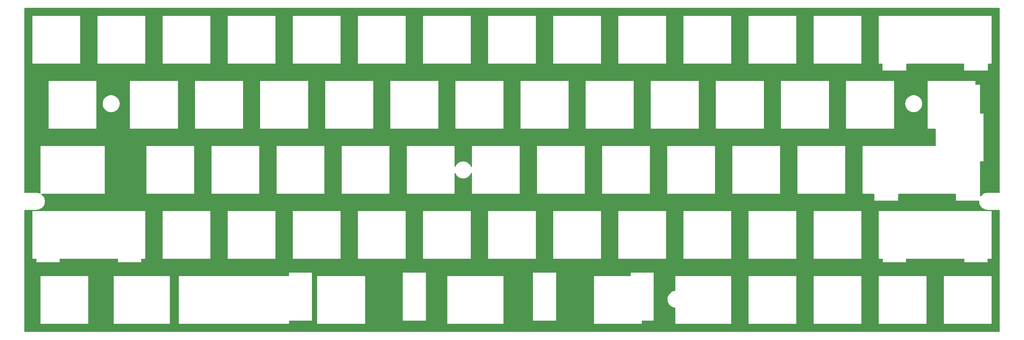
<source format=gbr>
G04 #@! TF.GenerationSoftware,KiCad,Pcbnew,(5.99.0-12762-g961c127ebe)*
G04 #@! TF.CreationDate,2021-11-23T00:18:37+09:00*
G04 #@! TF.ProjectId,plate4,706c6174-6534-42e6-9b69-6361645f7063,rev?*
G04 #@! TF.SameCoordinates,Original*
G04 #@! TF.FileFunction,Soldermask,Bot*
G04 #@! TF.FilePolarity,Negative*
%FSLAX46Y46*%
G04 Gerber Fmt 4.6, Leading zero omitted, Abs format (unit mm)*
G04 Created by KiCad (PCBNEW (5.99.0-12762-g961c127ebe)) date 2021-11-23 00:18:37*
%MOMM*%
%LPD*%
G01*
G04 APERTURE LIST*
G04 APERTURE END LIST*
G36*
X299509921Y-37734202D02*
G01*
X299556414Y-37787858D01*
X299567800Y-37840200D01*
X299567800Y-91725701D01*
X299547798Y-91793822D01*
X299494142Y-91840315D01*
X299441800Y-91851701D01*
X296071762Y-91851701D01*
X296061899Y-91852479D01*
X295303556Y-91972852D01*
X295284993Y-91978879D01*
X294606695Y-92323777D01*
X294590753Y-92335362D01*
X294064742Y-92862516D01*
X294002467Y-92896608D01*
X293931646Y-92891620D01*
X293874764Y-92849135D01*
X293849881Y-92782642D01*
X293849550Y-92773517D01*
X293849550Y-82752201D01*
X293869552Y-82684080D01*
X293923208Y-82637587D01*
X293975550Y-82626201D01*
X294831435Y-82626201D01*
X294846674Y-82621726D01*
X294847879Y-82620336D01*
X294849550Y-82612653D01*
X294849550Y-68644316D01*
X294845075Y-68629077D01*
X294843685Y-68627872D01*
X294836002Y-68626201D01*
X293975550Y-68626201D01*
X293907429Y-68606199D01*
X293860936Y-68552543D01*
X293849550Y-68500201D01*
X293849550Y-60206315D01*
X293845075Y-60191076D01*
X293843685Y-60189871D01*
X293836002Y-60188200D01*
X292594300Y-60188200D01*
X292526179Y-60168198D01*
X292479686Y-60114542D01*
X292468300Y-60062200D01*
X292468300Y-59119316D01*
X292463825Y-59104077D01*
X292462435Y-59102872D01*
X292454752Y-59101201D01*
X278486414Y-59101201D01*
X278471175Y-59105676D01*
X278469970Y-59107066D01*
X278468299Y-59114749D01*
X278468299Y-73083086D01*
X278472774Y-73098325D01*
X278474164Y-73099530D01*
X278481847Y-73101201D01*
X280723550Y-73101201D01*
X280791671Y-73121203D01*
X280838164Y-73174859D01*
X280849550Y-73227201D01*
X280849550Y-78019528D01*
X280829548Y-78087649D01*
X280775892Y-78134142D01*
X280723648Y-78145528D01*
X273418300Y-78151201D01*
X259436414Y-78151201D01*
X259421175Y-78155676D01*
X259419970Y-78157066D01*
X259418299Y-78164749D01*
X259418299Y-92133086D01*
X259422774Y-92148325D01*
X259424164Y-92149530D01*
X259431847Y-92151201D01*
X262760550Y-92151201D01*
X262828671Y-92171203D01*
X262875164Y-92224859D01*
X262886550Y-92277201D01*
X262886550Y-94133086D01*
X262891025Y-94148325D01*
X262892415Y-94149530D01*
X262900098Y-94151201D01*
X269868435Y-94151201D01*
X269883674Y-94146726D01*
X269884879Y-94145336D01*
X269886550Y-94137653D01*
X269886550Y-92277201D01*
X269906552Y-92209080D01*
X269960208Y-92162587D01*
X270012550Y-92151201D01*
X286636550Y-92151201D01*
X286704671Y-92171203D01*
X286751164Y-92224859D01*
X286762550Y-92277201D01*
X286762550Y-94133086D01*
X286767025Y-94148325D01*
X286768415Y-94149530D01*
X286776098Y-94151201D01*
X293452035Y-94151201D01*
X293520156Y-94171203D01*
X293566649Y-94224859D01*
X293576465Y-94297032D01*
X293569369Y-94341558D01*
X293569366Y-94361243D01*
X293689254Y-95114682D01*
X293695255Y-95133178D01*
X294040301Y-95812939D01*
X294051821Y-95828834D01*
X294590764Y-96368654D01*
X294606674Y-96380217D01*
X295284989Y-96725416D01*
X295303565Y-96731450D01*
X296061899Y-96851823D01*
X296071762Y-96852601D01*
X299441800Y-96852601D01*
X299509921Y-96872603D01*
X299556414Y-96926259D01*
X299567800Y-96978601D01*
X299567800Y-132462201D01*
X299547798Y-132530322D01*
X299494142Y-132576815D01*
X299441800Y-132588201D01*
X14319796Y-132588201D01*
X14251675Y-132568199D01*
X14205182Y-132514543D01*
X14193796Y-132462204D01*
X14193739Y-130233086D01*
X18912049Y-130233086D01*
X18916524Y-130248325D01*
X18917914Y-130249530D01*
X18925597Y-130251201D01*
X32893935Y-130251201D01*
X32909174Y-130246726D01*
X32910379Y-130245336D01*
X32912050Y-130237653D01*
X32912050Y-130233086D01*
X40343300Y-130233086D01*
X40347775Y-130248325D01*
X40349165Y-130249530D01*
X40356848Y-130251201D01*
X56706435Y-130251201D01*
X56721674Y-130246726D01*
X56722879Y-130245336D01*
X56724550Y-130237653D01*
X56724550Y-130233086D01*
X59393300Y-130233086D01*
X59397775Y-130248325D01*
X59399165Y-130249530D01*
X59406848Y-130251201D01*
X91581435Y-130251201D01*
X91596674Y-130246726D01*
X91597879Y-130245336D01*
X91599550Y-130237653D01*
X91599550Y-130233086D01*
X99874550Y-130233086D01*
X99879025Y-130248325D01*
X99880415Y-130249530D01*
X99888098Y-130251201D01*
X113856435Y-130251201D01*
X113871674Y-130246726D01*
X113872879Y-130245336D01*
X113874550Y-130237653D01*
X113874550Y-130233086D01*
X137974550Y-130233086D01*
X137979025Y-130248325D01*
X137980415Y-130249530D01*
X137988098Y-130251201D01*
X154337685Y-130251201D01*
X154352924Y-130246726D01*
X154354129Y-130245336D01*
X154355800Y-130237653D01*
X154355800Y-130233086D01*
X180837050Y-130233086D01*
X180841525Y-130248325D01*
X180842915Y-130249530D01*
X180850598Y-130251201D01*
X194818935Y-130251201D01*
X194834174Y-130246726D01*
X194835379Y-130245336D01*
X194837050Y-130237653D01*
X194837050Y-129377201D01*
X194857052Y-129309080D01*
X194910708Y-129262587D01*
X194963050Y-129251201D01*
X198331435Y-129251201D01*
X198346674Y-129246726D01*
X198347879Y-129245336D01*
X198349550Y-129237653D01*
X198349550Y-123061627D01*
X202382367Y-123061627D01*
X202502254Y-123815145D01*
X202508251Y-123833636D01*
X202852300Y-124511881D01*
X202863826Y-124527789D01*
X203402751Y-125067688D01*
X203418697Y-125079271D01*
X204097990Y-125424424D01*
X204116559Y-125430447D01*
X204543267Y-125498053D01*
X204607419Y-125528469D01*
X204644942Y-125588739D01*
X204649550Y-125622501D01*
X204649550Y-130233086D01*
X204654025Y-130248325D01*
X204655415Y-130249530D01*
X204663098Y-130251201D01*
X221012685Y-130251201D01*
X221027924Y-130246726D01*
X221029129Y-130245336D01*
X221030800Y-130237653D01*
X221030800Y-130233086D01*
X226080800Y-130233086D01*
X226085275Y-130248325D01*
X226086665Y-130249530D01*
X226094348Y-130251201D01*
X240062685Y-130251201D01*
X240077924Y-130246726D01*
X240079129Y-130245336D01*
X240080800Y-130237653D01*
X240080800Y-130233086D01*
X245130799Y-130233086D01*
X245135274Y-130248325D01*
X245136664Y-130249530D01*
X245144347Y-130251201D01*
X259112685Y-130251201D01*
X259127924Y-130246726D01*
X259129129Y-130245336D01*
X259130800Y-130237653D01*
X259130800Y-130233086D01*
X264180799Y-130233086D01*
X264185274Y-130248325D01*
X264186664Y-130249530D01*
X264194347Y-130251201D01*
X278162685Y-130251201D01*
X278177924Y-130246726D01*
X278179129Y-130245336D01*
X278180800Y-130237653D01*
X278180800Y-130233086D01*
X283230800Y-130233086D01*
X283235275Y-130248325D01*
X283236665Y-130249530D01*
X283244348Y-130251201D01*
X297212685Y-130251201D01*
X297227924Y-130246726D01*
X297229129Y-130245336D01*
X297230800Y-130237653D01*
X297230800Y-116269316D01*
X297226325Y-116254077D01*
X297224935Y-116252872D01*
X297217252Y-116251201D01*
X283248915Y-116251201D01*
X283233676Y-116255676D01*
X283232471Y-116257066D01*
X283230800Y-116264749D01*
X283230800Y-130233086D01*
X278180800Y-130233086D01*
X278180800Y-116269316D01*
X278176325Y-116254077D01*
X278174935Y-116252872D01*
X278167252Y-116251201D01*
X264198914Y-116251201D01*
X264183675Y-116255676D01*
X264182470Y-116257066D01*
X264180799Y-116264749D01*
X264180799Y-130233086D01*
X259130800Y-130233086D01*
X259130800Y-116269316D01*
X259126325Y-116254077D01*
X259124935Y-116252872D01*
X259117252Y-116251201D01*
X245148914Y-116251201D01*
X245133675Y-116255676D01*
X245132470Y-116257066D01*
X245130799Y-116264749D01*
X245130799Y-130233086D01*
X240080800Y-130233086D01*
X240080800Y-116269316D01*
X240076325Y-116254077D01*
X240074935Y-116252872D01*
X240067252Y-116251201D01*
X226098915Y-116251201D01*
X226083676Y-116255676D01*
X226082471Y-116257066D01*
X226080800Y-116264749D01*
X226080800Y-130233086D01*
X221030800Y-130233086D01*
X221030800Y-116269316D01*
X221026325Y-116254077D01*
X221024935Y-116252872D01*
X221017252Y-116251201D01*
X204667665Y-116251201D01*
X204652426Y-116255676D01*
X204651221Y-116257066D01*
X204649550Y-116264749D01*
X204649550Y-120481061D01*
X204629548Y-120549182D01*
X204575892Y-120595675D01*
X204543278Y-120605507D01*
X204116602Y-120673147D01*
X204097958Y-120679211D01*
X203418614Y-121025705D01*
X203402802Y-121037194D01*
X202863883Y-121575723D01*
X202852277Y-121591735D01*
X202508228Y-122271355D01*
X202502257Y-122289783D01*
X202382369Y-123041934D01*
X202382367Y-123061627D01*
X198349550Y-123061627D01*
X198349550Y-115269316D01*
X198345075Y-115254077D01*
X198343685Y-115252872D01*
X198336002Y-115251201D01*
X191617665Y-115251201D01*
X191602426Y-115255676D01*
X191601221Y-115257066D01*
X191599550Y-115264749D01*
X191599550Y-116125201D01*
X191579548Y-116193322D01*
X191525892Y-116239815D01*
X191473550Y-116251201D01*
X180855165Y-116251201D01*
X180839926Y-116255676D01*
X180838721Y-116257066D01*
X180837050Y-116264749D01*
X180837050Y-130233086D01*
X154355800Y-130233086D01*
X154355800Y-129233086D01*
X163030800Y-129233086D01*
X163035275Y-129248325D01*
X163036665Y-129249530D01*
X163044348Y-129251201D01*
X169762685Y-129251201D01*
X169777924Y-129246726D01*
X169779129Y-129245336D01*
X169780800Y-129237653D01*
X169780800Y-115269316D01*
X169776325Y-115254077D01*
X169774935Y-115252872D01*
X169767252Y-115251201D01*
X163048915Y-115251201D01*
X163033676Y-115255676D01*
X163032471Y-115257066D01*
X163030800Y-115264749D01*
X163030800Y-129233086D01*
X154355800Y-129233086D01*
X154355800Y-116269316D01*
X154351325Y-116254077D01*
X154349935Y-116252872D01*
X154342252Y-116251201D01*
X137992665Y-116251201D01*
X137977426Y-116255676D01*
X137976221Y-116257066D01*
X137974550Y-116264749D01*
X137974550Y-130233086D01*
X113874550Y-130233086D01*
X113874550Y-129233086D01*
X124930800Y-129233086D01*
X124935275Y-129248325D01*
X124936665Y-129249530D01*
X124944348Y-129251201D01*
X131662685Y-129251201D01*
X131677924Y-129246726D01*
X131679129Y-129245336D01*
X131680800Y-129237653D01*
X131680800Y-115269316D01*
X131676325Y-115254077D01*
X131674935Y-115252872D01*
X131667252Y-115251201D01*
X124948915Y-115251201D01*
X124933676Y-115255676D01*
X124932471Y-115257066D01*
X124930800Y-115264749D01*
X124930800Y-129233086D01*
X113874550Y-129233086D01*
X113874550Y-116269316D01*
X113870075Y-116254077D01*
X113868685Y-116252872D01*
X113861002Y-116251201D01*
X99892665Y-116251201D01*
X99877426Y-116255676D01*
X99876221Y-116257066D01*
X99874550Y-116264749D01*
X99874550Y-130233086D01*
X91599550Y-130233086D01*
X91599550Y-129377201D01*
X91619552Y-129309080D01*
X91673208Y-129262587D01*
X91725550Y-129251201D01*
X98331435Y-129251201D01*
X98346674Y-129246726D01*
X98347879Y-129245336D01*
X98349550Y-129237653D01*
X98349550Y-115269316D01*
X98345075Y-115254077D01*
X98343685Y-115252872D01*
X98336002Y-115251201D01*
X91617665Y-115251201D01*
X91602426Y-115255676D01*
X91601221Y-115257066D01*
X91599550Y-115264749D01*
X91599550Y-116125201D01*
X91579548Y-116193322D01*
X91525892Y-116239815D01*
X91473550Y-116251201D01*
X59411415Y-116251201D01*
X59396176Y-116255676D01*
X59394971Y-116257066D01*
X59393300Y-116264749D01*
X59393300Y-130233086D01*
X56724550Y-130233086D01*
X56724550Y-116269316D01*
X56720075Y-116254077D01*
X56718685Y-116252872D01*
X56711002Y-116251201D01*
X40361415Y-116251201D01*
X40346176Y-116255676D01*
X40344971Y-116257066D01*
X40343300Y-116264749D01*
X40343300Y-130233086D01*
X32912050Y-130233086D01*
X32912050Y-116269316D01*
X32907575Y-116254077D01*
X32906185Y-116252872D01*
X32898502Y-116251201D01*
X18930164Y-116251201D01*
X18914925Y-116255676D01*
X18913720Y-116257066D01*
X18912049Y-116264749D01*
X18912049Y-130233086D01*
X14193739Y-130233086D01*
X14193251Y-111183086D01*
X16530799Y-111183086D01*
X16535274Y-111198325D01*
X16536664Y-111199530D01*
X16544347Y-111201201D01*
X17616799Y-111201201D01*
X17684920Y-111221203D01*
X17731413Y-111274859D01*
X17742799Y-111327201D01*
X17742799Y-112183086D01*
X17747274Y-112198325D01*
X17748664Y-112199530D01*
X17756347Y-112201201D01*
X24474685Y-112201201D01*
X24489924Y-112196726D01*
X24491129Y-112195336D01*
X24492800Y-112187653D01*
X24492800Y-111327201D01*
X24512802Y-111259080D01*
X24566458Y-111212587D01*
X24618800Y-111201201D01*
X41492800Y-111201201D01*
X41560921Y-111221203D01*
X41607414Y-111274859D01*
X41618800Y-111327201D01*
X41618800Y-112183086D01*
X41623275Y-112198325D01*
X41624665Y-112199530D01*
X41632348Y-112201201D01*
X48350685Y-112201201D01*
X48365924Y-112196726D01*
X48367129Y-112195336D01*
X48368800Y-112187653D01*
X48368800Y-111327201D01*
X48388802Y-111259080D01*
X48442458Y-111212587D01*
X48494800Y-111201201D01*
X49562685Y-111201201D01*
X49577924Y-111196726D01*
X49579129Y-111195336D01*
X49580800Y-111187653D01*
X49580800Y-111183086D01*
X54630800Y-111183086D01*
X54635275Y-111198325D01*
X54636665Y-111199530D01*
X54644348Y-111201201D01*
X68612685Y-111201201D01*
X68627924Y-111196726D01*
X68629129Y-111195336D01*
X68630800Y-111187653D01*
X68630800Y-111183086D01*
X73680800Y-111183086D01*
X73685275Y-111198325D01*
X73686665Y-111199530D01*
X73694348Y-111201201D01*
X87662685Y-111201201D01*
X87677924Y-111196726D01*
X87679129Y-111195336D01*
X87680800Y-111187653D01*
X87680800Y-111183086D01*
X92730800Y-111183086D01*
X92735275Y-111198325D01*
X92736665Y-111199530D01*
X92744348Y-111201201D01*
X106712685Y-111201201D01*
X106727924Y-111196726D01*
X106729129Y-111195336D01*
X106730800Y-111187653D01*
X106730800Y-111183086D01*
X111780800Y-111183086D01*
X111785275Y-111198325D01*
X111786665Y-111199530D01*
X111794348Y-111201201D01*
X125762685Y-111201201D01*
X125777924Y-111196726D01*
X125779129Y-111195336D01*
X125780800Y-111187653D01*
X125780800Y-111183086D01*
X130830800Y-111183086D01*
X130835275Y-111198325D01*
X130836665Y-111199530D01*
X130844348Y-111201201D01*
X144812684Y-111201201D01*
X144827923Y-111196726D01*
X144829128Y-111195336D01*
X144830799Y-111187653D01*
X144830799Y-111183086D01*
X149880800Y-111183086D01*
X149885275Y-111198325D01*
X149886665Y-111199530D01*
X149894348Y-111201201D01*
X163862685Y-111201201D01*
X163877924Y-111196726D01*
X163879129Y-111195336D01*
X163880800Y-111187653D01*
X163880800Y-111183086D01*
X168930800Y-111183086D01*
X168935275Y-111198325D01*
X168936665Y-111199530D01*
X168944348Y-111201201D01*
X182912685Y-111201201D01*
X182927924Y-111196726D01*
X182929129Y-111195336D01*
X182930800Y-111187653D01*
X182930800Y-111183086D01*
X187980800Y-111183086D01*
X187985275Y-111198325D01*
X187986665Y-111199530D01*
X187994348Y-111201201D01*
X201962685Y-111201201D01*
X201977924Y-111196726D01*
X201979129Y-111195336D01*
X201980800Y-111187653D01*
X201980800Y-111183086D01*
X207030800Y-111183086D01*
X207035275Y-111198325D01*
X207036665Y-111199530D01*
X207044348Y-111201201D01*
X221012685Y-111201201D01*
X221027924Y-111196726D01*
X221029129Y-111195336D01*
X221030800Y-111187653D01*
X221030800Y-111183086D01*
X226080800Y-111183086D01*
X226085275Y-111198325D01*
X226086665Y-111199530D01*
X226094348Y-111201201D01*
X240062685Y-111201201D01*
X240077924Y-111196726D01*
X240079129Y-111195336D01*
X240080800Y-111187653D01*
X240080800Y-111183086D01*
X245130799Y-111183086D01*
X245135274Y-111198325D01*
X245136664Y-111199530D01*
X245144347Y-111201201D01*
X259112685Y-111201201D01*
X259127924Y-111196726D01*
X259129129Y-111195336D01*
X259130800Y-111187653D01*
X259130800Y-111183086D01*
X264180799Y-111183086D01*
X264185274Y-111198325D01*
X264186664Y-111199530D01*
X264194347Y-111201201D01*
X265266800Y-111201201D01*
X265334921Y-111221203D01*
X265381414Y-111274859D01*
X265392800Y-111327201D01*
X265392800Y-112183086D01*
X265397275Y-112198325D01*
X265398665Y-112199530D01*
X265406348Y-112201201D01*
X272124684Y-112201201D01*
X272139923Y-112196726D01*
X272141128Y-112195336D01*
X272142799Y-112187653D01*
X272142799Y-111327201D01*
X272162801Y-111259080D01*
X272216457Y-111212587D01*
X272268799Y-111201201D01*
X289142800Y-111201201D01*
X289210921Y-111221203D01*
X289257414Y-111274859D01*
X289268800Y-111327201D01*
X289268800Y-112183086D01*
X289273275Y-112198325D01*
X289274665Y-112199530D01*
X289282348Y-112201201D01*
X296000685Y-112201201D01*
X296015924Y-112196726D01*
X296017129Y-112195336D01*
X296018800Y-112187653D01*
X296018800Y-111327201D01*
X296038802Y-111259080D01*
X296092458Y-111212587D01*
X296144800Y-111201201D01*
X297212684Y-111201201D01*
X297227923Y-111196726D01*
X297229128Y-111195336D01*
X297230799Y-111187653D01*
X297230799Y-97219316D01*
X297226324Y-97204077D01*
X297224934Y-97202872D01*
X297217251Y-97201201D01*
X264198914Y-97201201D01*
X264183675Y-97205676D01*
X264182470Y-97207066D01*
X264180799Y-97214749D01*
X264180799Y-111183086D01*
X259130800Y-111183086D01*
X259130800Y-97219316D01*
X259126325Y-97204077D01*
X259124935Y-97202872D01*
X259117252Y-97201201D01*
X245148914Y-97201201D01*
X245133675Y-97205676D01*
X245132470Y-97207066D01*
X245130799Y-97214749D01*
X245130799Y-111183086D01*
X240080800Y-111183086D01*
X240080800Y-97219316D01*
X240076325Y-97204077D01*
X240074935Y-97202872D01*
X240067252Y-97201201D01*
X226098915Y-97201201D01*
X226083676Y-97205676D01*
X226082471Y-97207066D01*
X226080800Y-97214749D01*
X226080800Y-111183086D01*
X221030800Y-111183086D01*
X221030800Y-97219316D01*
X221026325Y-97204077D01*
X221024935Y-97202872D01*
X221017252Y-97201201D01*
X207048915Y-97201201D01*
X207033676Y-97205676D01*
X207032471Y-97207066D01*
X207030800Y-97214749D01*
X207030800Y-111183086D01*
X201980800Y-111183086D01*
X201980800Y-97219316D01*
X201976325Y-97204077D01*
X201974935Y-97202872D01*
X201967252Y-97201201D01*
X187998915Y-97201201D01*
X187983676Y-97205676D01*
X187982471Y-97207066D01*
X187980800Y-97214749D01*
X187980800Y-111183086D01*
X182930800Y-111183086D01*
X182930800Y-97219316D01*
X182926325Y-97204077D01*
X182924935Y-97202872D01*
X182917252Y-97201201D01*
X168948915Y-97201201D01*
X168933676Y-97205676D01*
X168932471Y-97207066D01*
X168930800Y-97214749D01*
X168930800Y-111183086D01*
X163880800Y-111183086D01*
X163880800Y-97219316D01*
X163876325Y-97204077D01*
X163874935Y-97202872D01*
X163867252Y-97201201D01*
X149898915Y-97201201D01*
X149883676Y-97205676D01*
X149882471Y-97207066D01*
X149880800Y-97214749D01*
X149880800Y-111183086D01*
X144830799Y-111183086D01*
X144830799Y-97219316D01*
X144826324Y-97204077D01*
X144824934Y-97202872D01*
X144817251Y-97201201D01*
X130848915Y-97201201D01*
X130833676Y-97205676D01*
X130832471Y-97207066D01*
X130830800Y-97214749D01*
X130830800Y-111183086D01*
X125780800Y-111183086D01*
X125780800Y-97219316D01*
X125776325Y-97204077D01*
X125774935Y-97202872D01*
X125767252Y-97201201D01*
X111798915Y-97201201D01*
X111783676Y-97205676D01*
X111782471Y-97207066D01*
X111780800Y-97214749D01*
X111780800Y-111183086D01*
X106730800Y-111183086D01*
X106730800Y-97219316D01*
X106726325Y-97204077D01*
X106724935Y-97202872D01*
X106717252Y-97201201D01*
X92748915Y-97201201D01*
X92733676Y-97205676D01*
X92732471Y-97207066D01*
X92730800Y-97214749D01*
X92730800Y-111183086D01*
X87680800Y-111183086D01*
X87680800Y-97219316D01*
X87676325Y-97204077D01*
X87674935Y-97202872D01*
X87667252Y-97201201D01*
X73698915Y-97201201D01*
X73683676Y-97205676D01*
X73682471Y-97207066D01*
X73680800Y-97214749D01*
X73680800Y-111183086D01*
X68630800Y-111183086D01*
X68630800Y-97219316D01*
X68626325Y-97204077D01*
X68624935Y-97202872D01*
X68617252Y-97201201D01*
X54648915Y-97201201D01*
X54633676Y-97205676D01*
X54632471Y-97207066D01*
X54630800Y-97214749D01*
X54630800Y-111183086D01*
X49580800Y-111183086D01*
X49580800Y-97219316D01*
X49576325Y-97204077D01*
X49574935Y-97202872D01*
X49567252Y-97201201D01*
X16548914Y-97201201D01*
X16533675Y-97205676D01*
X16532470Y-97207066D01*
X16530799Y-97214749D01*
X16530799Y-111183086D01*
X14193251Y-111183086D01*
X14192887Y-96978604D01*
X14212887Y-96910483D01*
X14266542Y-96863989D01*
X14318887Y-96852601D01*
X17688136Y-96852601D01*
X17698005Y-96851823D01*
X18456406Y-96731451D01*
X18474997Y-96725412D01*
X19153216Y-96380222D01*
X19169138Y-96368645D01*
X19707718Y-95828790D01*
X19719173Y-95813007D01*
X20065722Y-95133223D01*
X20071773Y-95114622D01*
X20191290Y-94362716D01*
X20191293Y-94343083D01*
X20071773Y-93589400D01*
X20065711Y-93570761D01*
X19719168Y-92891282D01*
X19707730Y-92875521D01*
X19199856Y-92366167D01*
X19165922Y-92303805D01*
X19171090Y-92232997D01*
X19213719Y-92176223D01*
X19280275Y-92151509D01*
X19289081Y-92151201D01*
X37656435Y-92151201D01*
X37671674Y-92146726D01*
X37672879Y-92145336D01*
X37674550Y-92137653D01*
X37674550Y-92133086D01*
X49868300Y-92133086D01*
X49872775Y-92148325D01*
X49874165Y-92149530D01*
X49881848Y-92151201D01*
X63850185Y-92151201D01*
X63865424Y-92146726D01*
X63866629Y-92145336D01*
X63868300Y-92137653D01*
X63868300Y-92133086D01*
X68918300Y-92133086D01*
X68922775Y-92148325D01*
X68924165Y-92149530D01*
X68931848Y-92151201D01*
X82900185Y-92151201D01*
X82915424Y-92146726D01*
X82916629Y-92145336D01*
X82918300Y-92137653D01*
X82918300Y-92133086D01*
X87968300Y-92133086D01*
X87972775Y-92148325D01*
X87974165Y-92149530D01*
X87981848Y-92151201D01*
X101950185Y-92151201D01*
X101965424Y-92146726D01*
X101966629Y-92145336D01*
X101968300Y-92137653D01*
X101968300Y-92133086D01*
X107018300Y-92133086D01*
X107022775Y-92148325D01*
X107024165Y-92149530D01*
X107031848Y-92151201D01*
X121000185Y-92151201D01*
X121015424Y-92146726D01*
X121016629Y-92145336D01*
X121018300Y-92137653D01*
X121018300Y-92133086D01*
X126068300Y-92133086D01*
X126072775Y-92148325D01*
X126074165Y-92149530D01*
X126081848Y-92151201D01*
X140050185Y-92151201D01*
X140065424Y-92146726D01*
X140066629Y-92145336D01*
X140068300Y-92137653D01*
X140068300Y-86188449D01*
X140088302Y-86120328D01*
X140141958Y-86073835D01*
X140212232Y-86063731D01*
X140276812Y-86093225D01*
X140306462Y-86131041D01*
X140553288Y-86613286D01*
X140564812Y-86629092D01*
X141104838Y-87167559D01*
X141120554Y-87178974D01*
X141798957Y-87525582D01*
X141817607Y-87531658D01*
X142570980Y-87651341D01*
X142590620Y-87651341D01*
X143343993Y-87531658D01*
X143362643Y-87525582D01*
X144041046Y-87178974D01*
X144056762Y-87167559D01*
X144596711Y-86629170D01*
X144608331Y-86613173D01*
X144879942Y-86078007D01*
X144928609Y-86026314D01*
X144997496Y-86009138D01*
X145064734Y-86031933D01*
X145108975Y-86087460D01*
X145118300Y-86135031D01*
X145118300Y-92133086D01*
X145122775Y-92148325D01*
X145124165Y-92149530D01*
X145131848Y-92151201D01*
X159100185Y-92151201D01*
X159115424Y-92146726D01*
X159116629Y-92145336D01*
X159118300Y-92137653D01*
X159118300Y-92133086D01*
X164168300Y-92133086D01*
X164172775Y-92148325D01*
X164174165Y-92149530D01*
X164181848Y-92151201D01*
X178150185Y-92151201D01*
X178165424Y-92146726D01*
X178166629Y-92145336D01*
X178168300Y-92137653D01*
X178168300Y-92133086D01*
X183218300Y-92133086D01*
X183222775Y-92148325D01*
X183224165Y-92149530D01*
X183231848Y-92151201D01*
X197200185Y-92151201D01*
X197215424Y-92146726D01*
X197216629Y-92145336D01*
X197218300Y-92137653D01*
X197218300Y-92133086D01*
X202268300Y-92133086D01*
X202272775Y-92148325D01*
X202274165Y-92149530D01*
X202281848Y-92151201D01*
X216250185Y-92151201D01*
X216265424Y-92146726D01*
X216266629Y-92145336D01*
X216268300Y-92137653D01*
X216268300Y-92133086D01*
X221318300Y-92133086D01*
X221322775Y-92148325D01*
X221324165Y-92149530D01*
X221331848Y-92151201D01*
X235300185Y-92151201D01*
X235315424Y-92146726D01*
X235316629Y-92145336D01*
X235318300Y-92137653D01*
X235318300Y-92133086D01*
X240368300Y-92133086D01*
X240372775Y-92148325D01*
X240374165Y-92149530D01*
X240381848Y-92151201D01*
X254350185Y-92151201D01*
X254365424Y-92146726D01*
X254366629Y-92145336D01*
X254368300Y-92137653D01*
X254368300Y-78169316D01*
X254363825Y-78154077D01*
X254362435Y-78152872D01*
X254354752Y-78151201D01*
X240386415Y-78151201D01*
X240371176Y-78155676D01*
X240369971Y-78157066D01*
X240368300Y-78164749D01*
X240368300Y-92133086D01*
X235318300Y-92133086D01*
X235318300Y-78169316D01*
X235313825Y-78154077D01*
X235312435Y-78152872D01*
X235304752Y-78151201D01*
X221336415Y-78151201D01*
X221321176Y-78155676D01*
X221319971Y-78157066D01*
X221318300Y-78164749D01*
X221318300Y-92133086D01*
X216268300Y-92133086D01*
X216268300Y-78169316D01*
X216263825Y-78154077D01*
X216262435Y-78152872D01*
X216254752Y-78151201D01*
X202286415Y-78151201D01*
X202271176Y-78155676D01*
X202269971Y-78157066D01*
X202268300Y-78164749D01*
X202268300Y-92133086D01*
X197218300Y-92133086D01*
X197218300Y-78169316D01*
X197213825Y-78154077D01*
X197212435Y-78152872D01*
X197204752Y-78151201D01*
X183236415Y-78151201D01*
X183221176Y-78155676D01*
X183219971Y-78157066D01*
X183218300Y-78164749D01*
X183218300Y-92133086D01*
X178168300Y-92133086D01*
X178168300Y-78169316D01*
X178163825Y-78154077D01*
X178162435Y-78152872D01*
X178154752Y-78151201D01*
X164186415Y-78151201D01*
X164171176Y-78155676D01*
X164169971Y-78157066D01*
X164168300Y-78164749D01*
X164168300Y-92133086D01*
X159118300Y-92133086D01*
X159118300Y-78169316D01*
X159113825Y-78154077D01*
X159112435Y-78152872D01*
X159104752Y-78151201D01*
X145136415Y-78151201D01*
X145121176Y-78155676D01*
X145119971Y-78157066D01*
X145118300Y-78164749D01*
X145118300Y-84168366D01*
X145098298Y-84236487D01*
X145044642Y-84282980D01*
X144974368Y-84293084D01*
X144909788Y-84263590D01*
X144880002Y-84225508D01*
X144608301Y-83691546D01*
X144596781Y-83675679D01*
X144056827Y-83135530D01*
X144040945Y-83123994D01*
X143362675Y-82778816D01*
X143343961Y-82772760D01*
X142590485Y-82654816D01*
X142571115Y-82654816D01*
X141817639Y-82772760D01*
X141798925Y-82778816D01*
X141120655Y-83123994D01*
X141104773Y-83135530D01*
X140564745Y-83675753D01*
X140553316Y-83691438D01*
X140306402Y-84172610D01*
X140257506Y-84224085D01*
X140188542Y-84240953D01*
X140121406Y-84217859D01*
X140077414Y-84162135D01*
X140068300Y-84115085D01*
X140068300Y-78169316D01*
X140063825Y-78154077D01*
X140062435Y-78152872D01*
X140054752Y-78151201D01*
X126086415Y-78151201D01*
X126071176Y-78155676D01*
X126069971Y-78157066D01*
X126068300Y-78164749D01*
X126068300Y-92133086D01*
X121018300Y-92133086D01*
X121018300Y-78169316D01*
X121013825Y-78154077D01*
X121012435Y-78152872D01*
X121004752Y-78151201D01*
X107036415Y-78151201D01*
X107021176Y-78155676D01*
X107019971Y-78157066D01*
X107018300Y-78164749D01*
X107018300Y-92133086D01*
X101968300Y-92133086D01*
X101968300Y-78169316D01*
X101963825Y-78154077D01*
X101962435Y-78152872D01*
X101954752Y-78151201D01*
X87986415Y-78151201D01*
X87971176Y-78155676D01*
X87969971Y-78157066D01*
X87968300Y-78164749D01*
X87968300Y-92133086D01*
X82918300Y-92133086D01*
X82918300Y-78169316D01*
X82913825Y-78154077D01*
X82912435Y-78152872D01*
X82904752Y-78151201D01*
X68936415Y-78151201D01*
X68921176Y-78155676D01*
X68919971Y-78157066D01*
X68918300Y-78164749D01*
X68918300Y-92133086D01*
X63868300Y-92133086D01*
X63868300Y-78169316D01*
X63863825Y-78154077D01*
X63862435Y-78152872D01*
X63854752Y-78151201D01*
X49886415Y-78151201D01*
X49871176Y-78155676D01*
X49869971Y-78157066D01*
X49868300Y-78164749D01*
X49868300Y-92133086D01*
X37674550Y-92133086D01*
X37674550Y-78169316D01*
X37670075Y-78154077D01*
X37668685Y-78152872D01*
X37661002Y-78151201D01*
X18930164Y-78151201D01*
X18914925Y-78155676D01*
X18913720Y-78157066D01*
X18912049Y-78164749D01*
X18912049Y-91995709D01*
X18892047Y-92063830D01*
X18838391Y-92110323D01*
X18768117Y-92120427D01*
X18728935Y-92108021D01*
X18474980Y-91978877D01*
X18456427Y-91972851D01*
X17699390Y-91852482D01*
X17689505Y-91851701D01*
X14318886Y-91851701D01*
X14250765Y-91831699D01*
X14204272Y-91778043D01*
X14192886Y-91725699D01*
X14193201Y-73083086D01*
X21293299Y-73083086D01*
X21297774Y-73098325D01*
X21299164Y-73099530D01*
X21306847Y-73101201D01*
X35275185Y-73101201D01*
X35290424Y-73096726D01*
X35291629Y-73095336D01*
X35293300Y-73087653D01*
X35293300Y-73083086D01*
X45105800Y-73083086D01*
X45110275Y-73098325D01*
X45111665Y-73099530D01*
X45119348Y-73101201D01*
X59087685Y-73101201D01*
X59102924Y-73096726D01*
X59104129Y-73095336D01*
X59105800Y-73087653D01*
X59105800Y-73083086D01*
X64155800Y-73083086D01*
X64160275Y-73098325D01*
X64161665Y-73099530D01*
X64169348Y-73101201D01*
X78137685Y-73101201D01*
X78152924Y-73096726D01*
X78154129Y-73095336D01*
X78155800Y-73087653D01*
X78155800Y-73083086D01*
X83205800Y-73083086D01*
X83210275Y-73098325D01*
X83211665Y-73099530D01*
X83219348Y-73101201D01*
X97187685Y-73101201D01*
X97202924Y-73096726D01*
X97204129Y-73095336D01*
X97205800Y-73087653D01*
X97205800Y-73083086D01*
X102255800Y-73083086D01*
X102260275Y-73098325D01*
X102261665Y-73099530D01*
X102269348Y-73101201D01*
X116237685Y-73101201D01*
X116252924Y-73096726D01*
X116254129Y-73095336D01*
X116255800Y-73087653D01*
X116255800Y-73083086D01*
X121305800Y-73083086D01*
X121310275Y-73098325D01*
X121311665Y-73099530D01*
X121319348Y-73101201D01*
X135287685Y-73101201D01*
X135302924Y-73096726D01*
X135304129Y-73095336D01*
X135305800Y-73087653D01*
X135305800Y-73083086D01*
X140355800Y-73083086D01*
X140360275Y-73098325D01*
X140361665Y-73099530D01*
X140369348Y-73101201D01*
X154337685Y-73101201D01*
X154352924Y-73096726D01*
X154354129Y-73095336D01*
X154355800Y-73087653D01*
X154355800Y-73083086D01*
X159405800Y-73083086D01*
X159410275Y-73098325D01*
X159411665Y-73099530D01*
X159419348Y-73101201D01*
X173387685Y-73101201D01*
X173402924Y-73096726D01*
X173404129Y-73095336D01*
X173405800Y-73087653D01*
X173405800Y-73083086D01*
X178455800Y-73083086D01*
X178460275Y-73098325D01*
X178461665Y-73099530D01*
X178469348Y-73101201D01*
X192437685Y-73101201D01*
X192452924Y-73096726D01*
X192454129Y-73095336D01*
X192455800Y-73087653D01*
X192455800Y-73083086D01*
X197505800Y-73083086D01*
X197510275Y-73098325D01*
X197511665Y-73099530D01*
X197519348Y-73101201D01*
X211487685Y-73101201D01*
X211502924Y-73096726D01*
X211504129Y-73095336D01*
X211505800Y-73087653D01*
X211505800Y-73083086D01*
X216555800Y-73083086D01*
X216560275Y-73098325D01*
X216561665Y-73099530D01*
X216569348Y-73101201D01*
X230537685Y-73101201D01*
X230552924Y-73096726D01*
X230554129Y-73095336D01*
X230555800Y-73087653D01*
X230555800Y-73083086D01*
X235605799Y-73083086D01*
X235610274Y-73098325D01*
X235611664Y-73099530D01*
X235619347Y-73101201D01*
X249587685Y-73101201D01*
X249602924Y-73096726D01*
X249604129Y-73095336D01*
X249605800Y-73087653D01*
X249605800Y-73083086D01*
X254655799Y-73083086D01*
X254660274Y-73098325D01*
X254661664Y-73099530D01*
X254669347Y-73101201D01*
X268637685Y-73101201D01*
X268652924Y-73096726D01*
X268654129Y-73095336D01*
X268655800Y-73087653D01*
X268655800Y-65743037D01*
X271931337Y-65743037D01*
X271931342Y-65762561D01*
X272050248Y-66514878D01*
X272056317Y-66533556D01*
X272402312Y-67211900D01*
X272413779Y-67227691D01*
X272952753Y-67767542D01*
X272968694Y-67779121D01*
X273648034Y-68124346D01*
X273666509Y-68130355D01*
X274419890Y-68251014D01*
X274439708Y-68251012D01*
X275192100Y-68130355D01*
X275210556Y-68124350D01*
X275889909Y-67779119D01*
X275905845Y-67767544D01*
X276444821Y-67227691D01*
X276456288Y-67211900D01*
X276802302Y-66533518D01*
X276808358Y-66514923D01*
X276928232Y-65762637D01*
X276928236Y-65742964D01*
X276808355Y-64988289D01*
X276802297Y-64969671D01*
X276456289Y-64291201D01*
X276444819Y-64275409D01*
X275905848Y-63735659D01*
X275889907Y-63724081D01*
X275210602Y-63378873D01*
X275192049Y-63372854D01*
X274439594Y-63253553D01*
X274420004Y-63253551D01*
X273666558Y-63372855D01*
X273647992Y-63378876D01*
X272968692Y-63724081D01*
X272952751Y-63735659D01*
X272413781Y-64275409D01*
X272402311Y-64291201D01*
X272056321Y-64969634D01*
X272050251Y-64988333D01*
X271931337Y-65743037D01*
X268655800Y-65743037D01*
X268655800Y-59119316D01*
X268651325Y-59104077D01*
X268649935Y-59102872D01*
X268642252Y-59101201D01*
X254673914Y-59101201D01*
X254658675Y-59105676D01*
X254657470Y-59107066D01*
X254655799Y-59114749D01*
X254655799Y-73083086D01*
X249605800Y-73083086D01*
X249605800Y-59119316D01*
X249601325Y-59104077D01*
X249599935Y-59102872D01*
X249592252Y-59101201D01*
X235623914Y-59101201D01*
X235608675Y-59105676D01*
X235607470Y-59107066D01*
X235605799Y-59114749D01*
X235605799Y-73083086D01*
X230555800Y-73083086D01*
X230555800Y-59119316D01*
X230551325Y-59104077D01*
X230549935Y-59102872D01*
X230542252Y-59101201D01*
X216573915Y-59101201D01*
X216558676Y-59105676D01*
X216557471Y-59107066D01*
X216555800Y-59114749D01*
X216555800Y-73083086D01*
X211505800Y-73083086D01*
X211505800Y-59119316D01*
X211501325Y-59104077D01*
X211499935Y-59102872D01*
X211492252Y-59101201D01*
X197523915Y-59101201D01*
X197508676Y-59105676D01*
X197507471Y-59107066D01*
X197505800Y-59114749D01*
X197505800Y-73083086D01*
X192455800Y-73083086D01*
X192455800Y-59119316D01*
X192451325Y-59104077D01*
X192449935Y-59102872D01*
X192442252Y-59101201D01*
X178473915Y-59101201D01*
X178458676Y-59105676D01*
X178457471Y-59107066D01*
X178455800Y-59114749D01*
X178455800Y-73083086D01*
X173405800Y-73083086D01*
X173405800Y-59119316D01*
X173401325Y-59104077D01*
X173399935Y-59102872D01*
X173392252Y-59101201D01*
X159423915Y-59101201D01*
X159408676Y-59105676D01*
X159407471Y-59107066D01*
X159405800Y-59114749D01*
X159405800Y-73083086D01*
X154355800Y-73083086D01*
X154355800Y-59119316D01*
X154351325Y-59104077D01*
X154349935Y-59102872D01*
X154342252Y-59101201D01*
X140373915Y-59101201D01*
X140358676Y-59105676D01*
X140357471Y-59107066D01*
X140355800Y-59114749D01*
X140355800Y-73083086D01*
X135305800Y-73083086D01*
X135305800Y-59119316D01*
X135301325Y-59104077D01*
X135299935Y-59102872D01*
X135292252Y-59101201D01*
X121323915Y-59101201D01*
X121308676Y-59105676D01*
X121307471Y-59107066D01*
X121305800Y-59114749D01*
X121305800Y-73083086D01*
X116255800Y-73083086D01*
X116255800Y-59119316D01*
X116251325Y-59104077D01*
X116249935Y-59102872D01*
X116242252Y-59101201D01*
X102273915Y-59101201D01*
X102258676Y-59105676D01*
X102257471Y-59107066D01*
X102255800Y-59114749D01*
X102255800Y-73083086D01*
X97205800Y-73083086D01*
X97205800Y-59119316D01*
X97201325Y-59104077D01*
X97199935Y-59102872D01*
X97192252Y-59101201D01*
X83223915Y-59101201D01*
X83208676Y-59105676D01*
X83207471Y-59107066D01*
X83205800Y-59114749D01*
X83205800Y-73083086D01*
X78155800Y-73083086D01*
X78155800Y-59119316D01*
X78151325Y-59104077D01*
X78149935Y-59102872D01*
X78142252Y-59101201D01*
X64173915Y-59101201D01*
X64158676Y-59105676D01*
X64157471Y-59107066D01*
X64155800Y-59114749D01*
X64155800Y-73083086D01*
X59105800Y-73083086D01*
X59105800Y-59119316D01*
X59101325Y-59104077D01*
X59099935Y-59102872D01*
X59092252Y-59101201D01*
X45123915Y-59101201D01*
X45108676Y-59105676D01*
X45107471Y-59107066D01*
X45105800Y-59114749D01*
X45105800Y-73083086D01*
X35293300Y-73083086D01*
X35293300Y-65742985D01*
X37082255Y-65742985D01*
X37082260Y-65762612D01*
X37201850Y-66514946D01*
X37207879Y-66533504D01*
X37552991Y-67211837D01*
X37564533Y-67227732D01*
X38104476Y-67767578D01*
X38120349Y-67779105D01*
X38798620Y-68124332D01*
X38817126Y-68130358D01*
X39570602Y-68251016D01*
X39590398Y-68251016D01*
X40343873Y-68130358D01*
X40362379Y-68124332D01*
X41040579Y-67779141D01*
X41056562Y-67767505D01*
X41593816Y-67227618D01*
X41605152Y-67212017D01*
X41953045Y-66533583D01*
X41959166Y-66514839D01*
X42078642Y-65762606D01*
X42078646Y-65742995D01*
X41959163Y-64988371D01*
X41953040Y-64969605D01*
X41605155Y-64291090D01*
X41593812Y-64275480D01*
X41056554Y-63735687D01*
X41040588Y-63724064D01*
X40362426Y-63378892D01*
X40343817Y-63372851D01*
X39590290Y-63253550D01*
X39570710Y-63253550D01*
X38817182Y-63372851D01*
X38798573Y-63378892D01*
X38120345Y-63724098D01*
X38104480Y-63735617D01*
X37564531Y-64275371D01*
X37552992Y-64291261D01*
X37207886Y-64969680D01*
X37201851Y-64988274D01*
X37082255Y-65742985D01*
X35293300Y-65742985D01*
X35293300Y-59119316D01*
X35288825Y-59104077D01*
X35287435Y-59102872D01*
X35279752Y-59101201D01*
X21311414Y-59101201D01*
X21296175Y-59105676D01*
X21294970Y-59107066D01*
X21293299Y-59114749D01*
X21293299Y-73083086D01*
X14193201Y-73083086D01*
X14193523Y-54033085D01*
X16530800Y-54033085D01*
X16535275Y-54048324D01*
X16536665Y-54049529D01*
X16544348Y-54051200D01*
X30512684Y-54051200D01*
X30527923Y-54046725D01*
X30529128Y-54045335D01*
X30530799Y-54037652D01*
X30530799Y-54033085D01*
X35580800Y-54033085D01*
X35585275Y-54048324D01*
X35586665Y-54049529D01*
X35594348Y-54051200D01*
X49562685Y-54051200D01*
X49577924Y-54046725D01*
X49579129Y-54045335D01*
X49580800Y-54037652D01*
X49580800Y-54033085D01*
X54630800Y-54033085D01*
X54635275Y-54048324D01*
X54636665Y-54049529D01*
X54644348Y-54051200D01*
X68612685Y-54051200D01*
X68627924Y-54046725D01*
X68629129Y-54045335D01*
X68630800Y-54037652D01*
X68630800Y-54033085D01*
X73680800Y-54033085D01*
X73685275Y-54048324D01*
X73686665Y-54049529D01*
X73694348Y-54051200D01*
X87662685Y-54051200D01*
X87677924Y-54046725D01*
X87679129Y-54045335D01*
X87680800Y-54037652D01*
X87680800Y-54033085D01*
X92730800Y-54033085D01*
X92735275Y-54048324D01*
X92736665Y-54049529D01*
X92744348Y-54051200D01*
X106712685Y-54051200D01*
X106727924Y-54046725D01*
X106729129Y-54045335D01*
X106730800Y-54037652D01*
X106730800Y-54033085D01*
X111780800Y-54033085D01*
X111785275Y-54048324D01*
X111786665Y-54049529D01*
X111794348Y-54051200D01*
X125762685Y-54051200D01*
X125777924Y-54046725D01*
X125779129Y-54045335D01*
X125780800Y-54037652D01*
X125780800Y-54033085D01*
X130830800Y-54033085D01*
X130835275Y-54048324D01*
X130836665Y-54049529D01*
X130844348Y-54051200D01*
X144812684Y-54051200D01*
X144827923Y-54046725D01*
X144829128Y-54045335D01*
X144830799Y-54037652D01*
X144830799Y-54033085D01*
X149880800Y-54033085D01*
X149885275Y-54048324D01*
X149886665Y-54049529D01*
X149894348Y-54051200D01*
X163862685Y-54051200D01*
X163877924Y-54046725D01*
X163879129Y-54045335D01*
X163880800Y-54037652D01*
X163880800Y-54033085D01*
X168930800Y-54033085D01*
X168935275Y-54048324D01*
X168936665Y-54049529D01*
X168944348Y-54051200D01*
X182912685Y-54051200D01*
X182927924Y-54046725D01*
X182929129Y-54045335D01*
X182930800Y-54037652D01*
X182930800Y-54033085D01*
X187980800Y-54033085D01*
X187985275Y-54048324D01*
X187986665Y-54049529D01*
X187994348Y-54051200D01*
X201962685Y-54051200D01*
X201977924Y-54046725D01*
X201979129Y-54045335D01*
X201980800Y-54037652D01*
X201980800Y-54033085D01*
X207030800Y-54033085D01*
X207035275Y-54048324D01*
X207036665Y-54049529D01*
X207044348Y-54051200D01*
X221012685Y-54051200D01*
X221027924Y-54046725D01*
X221029129Y-54045335D01*
X221030800Y-54037652D01*
X221030800Y-54033085D01*
X226080800Y-54033085D01*
X226085275Y-54048324D01*
X226086665Y-54049529D01*
X226094348Y-54051200D01*
X240062685Y-54051200D01*
X240077924Y-54046725D01*
X240079129Y-54045335D01*
X240080800Y-54037652D01*
X240080800Y-54033085D01*
X245130799Y-54033085D01*
X245135274Y-54048324D01*
X245136664Y-54049529D01*
X245144347Y-54051200D01*
X259112685Y-54051200D01*
X259127924Y-54046725D01*
X259129129Y-54045335D01*
X259130800Y-54037652D01*
X259130800Y-54033086D01*
X264180811Y-54033086D01*
X264185286Y-54048325D01*
X264186676Y-54049530D01*
X264194359Y-54051201D01*
X265141720Y-54051201D01*
X265209841Y-54071203D01*
X265256334Y-54124859D01*
X265267720Y-54177196D01*
X265267798Y-56033084D01*
X265272274Y-56048325D01*
X265273666Y-56049531D01*
X265281343Y-56051201D01*
X272249685Y-56051201D01*
X272264924Y-56046726D01*
X272266129Y-56045336D01*
X272267800Y-56037653D01*
X272267800Y-54177201D01*
X272287802Y-54109080D01*
X272341458Y-54062587D01*
X272393800Y-54051201D01*
X273705800Y-54051200D01*
X289017867Y-54051200D01*
X289085988Y-54071202D01*
X289132481Y-54124858D01*
X289143867Y-54177205D01*
X289143801Y-56033086D01*
X289148275Y-56048325D01*
X289149665Y-56049530D01*
X289157347Y-56051201D01*
X296125685Y-56051201D01*
X296140924Y-56046726D01*
X296142129Y-56045336D01*
X296143800Y-56037653D01*
X296143800Y-54177201D01*
X296163802Y-54109080D01*
X296217458Y-54062587D01*
X296269800Y-54051201D01*
X297212698Y-54051201D01*
X297227937Y-54046726D01*
X297229142Y-54045336D01*
X297230813Y-54037653D01*
X297230813Y-40069316D01*
X297226338Y-40054077D01*
X297224948Y-40052872D01*
X297217265Y-40051201D01*
X264198926Y-40051201D01*
X264183687Y-40055676D01*
X264182482Y-40057066D01*
X264180811Y-40064749D01*
X264180811Y-54033086D01*
X259130800Y-54033086D01*
X259130800Y-40069316D01*
X259126325Y-40054077D01*
X259124935Y-40052872D01*
X259117252Y-40051201D01*
X245148914Y-40051201D01*
X245133675Y-40055676D01*
X245132470Y-40057066D01*
X245130799Y-40064749D01*
X245130799Y-54033085D01*
X240080800Y-54033085D01*
X240080800Y-40069316D01*
X240076325Y-40054077D01*
X240074935Y-40052872D01*
X240067252Y-40051201D01*
X226098915Y-40051201D01*
X226083676Y-40055676D01*
X226082471Y-40057066D01*
X226080800Y-40064749D01*
X226080800Y-54033085D01*
X221030800Y-54033085D01*
X221030800Y-40069316D01*
X221026325Y-40054077D01*
X221024935Y-40052872D01*
X221017252Y-40051201D01*
X207048915Y-40051201D01*
X207033676Y-40055676D01*
X207032471Y-40057066D01*
X207030800Y-40064749D01*
X207030800Y-54033085D01*
X201980800Y-54033085D01*
X201980800Y-40069316D01*
X201976325Y-40054077D01*
X201974935Y-40052872D01*
X201967252Y-40051201D01*
X187998915Y-40051201D01*
X187983676Y-40055676D01*
X187982471Y-40057066D01*
X187980800Y-40064749D01*
X187980800Y-54033085D01*
X182930800Y-54033085D01*
X182930800Y-40069316D01*
X182926325Y-40054077D01*
X182924935Y-40052872D01*
X182917252Y-40051201D01*
X168948915Y-40051201D01*
X168933676Y-40055676D01*
X168932471Y-40057066D01*
X168930800Y-40064749D01*
X168930800Y-54033085D01*
X163880800Y-54033085D01*
X163880800Y-40069316D01*
X163876325Y-40054077D01*
X163874935Y-40052872D01*
X163867252Y-40051201D01*
X149898915Y-40051201D01*
X149883676Y-40055676D01*
X149882471Y-40057066D01*
X149880800Y-40064749D01*
X149880800Y-54033085D01*
X144830799Y-54033085D01*
X144830799Y-40069316D01*
X144826324Y-40054077D01*
X144824934Y-40052872D01*
X144817251Y-40051201D01*
X130848915Y-40051201D01*
X130833676Y-40055676D01*
X130832471Y-40057066D01*
X130830800Y-40064749D01*
X130830800Y-54033085D01*
X125780800Y-54033085D01*
X125780800Y-40069316D01*
X125776325Y-40054077D01*
X125774935Y-40052872D01*
X125767252Y-40051201D01*
X111798915Y-40051201D01*
X111783676Y-40055676D01*
X111782471Y-40057066D01*
X111780800Y-40064749D01*
X111780800Y-54033085D01*
X106730800Y-54033085D01*
X106730800Y-40069316D01*
X106726325Y-40054077D01*
X106724935Y-40052872D01*
X106717252Y-40051201D01*
X92748915Y-40051201D01*
X92733676Y-40055676D01*
X92732471Y-40057066D01*
X92730800Y-40064749D01*
X92730800Y-54033085D01*
X87680800Y-54033085D01*
X87680800Y-40069316D01*
X87676325Y-40054077D01*
X87674935Y-40052872D01*
X87667252Y-40051201D01*
X73698915Y-40051201D01*
X73683676Y-40055676D01*
X73682471Y-40057066D01*
X73680800Y-40064749D01*
X73680800Y-54033085D01*
X68630800Y-54033085D01*
X68630800Y-40069316D01*
X68626325Y-40054077D01*
X68624935Y-40052872D01*
X68617252Y-40051201D01*
X54648915Y-40051201D01*
X54633676Y-40055676D01*
X54632471Y-40057066D01*
X54630800Y-40064749D01*
X54630800Y-54033085D01*
X49580800Y-54033085D01*
X49580800Y-40069316D01*
X49576325Y-40054077D01*
X49574935Y-40052872D01*
X49567252Y-40051201D01*
X35598915Y-40051201D01*
X35583676Y-40055676D01*
X35582471Y-40057066D01*
X35580800Y-40064749D01*
X35580800Y-54033085D01*
X30530799Y-54033085D01*
X30530799Y-40069316D01*
X30526324Y-40054077D01*
X30524934Y-40052872D01*
X30517251Y-40051201D01*
X16548915Y-40051201D01*
X16533676Y-40055676D01*
X16532471Y-40057066D01*
X16530800Y-40064749D01*
X16530800Y-54033085D01*
X14193523Y-54033085D01*
X14193797Y-37840198D01*
X14213800Y-37772077D01*
X14267457Y-37725585D01*
X14319797Y-37714200D01*
X299441800Y-37714200D01*
X299509921Y-37734202D01*
G37*
M02*

</source>
